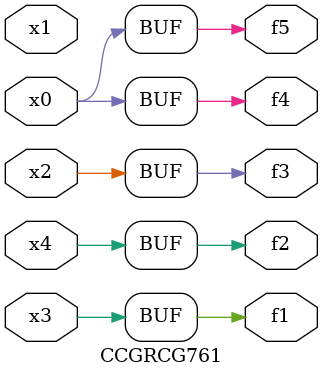
<source format=v>
module CCGRCG761(
	input x0, x1, x2, x3, x4,
	output f1, f2, f3, f4, f5
);
	assign f1 = x3;
	assign f2 = x4;
	assign f3 = x2;
	assign f4 = x0;
	assign f5 = x0;
endmodule

</source>
